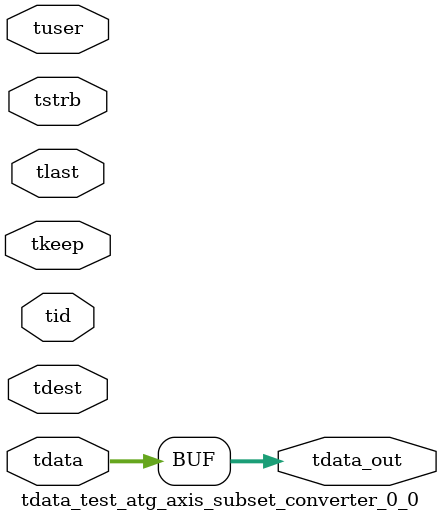
<source format=v>


`timescale 1ps/1ps

module tdata_test_atg_axis_subset_converter_0_0 #
(
parameter C_S_AXIS_TDATA_WIDTH = 32,
parameter C_S_AXIS_TUSER_WIDTH = 0,
parameter C_S_AXIS_TID_WIDTH   = 0,
parameter C_S_AXIS_TDEST_WIDTH = 0,
parameter C_M_AXIS_TDATA_WIDTH = 32
)
(
input  [(C_S_AXIS_TDATA_WIDTH == 0 ? 1 : C_S_AXIS_TDATA_WIDTH)-1:0     ] tdata,
input  [(C_S_AXIS_TUSER_WIDTH == 0 ? 1 : C_S_AXIS_TUSER_WIDTH)-1:0     ] tuser,
input  [(C_S_AXIS_TID_WIDTH   == 0 ? 1 : C_S_AXIS_TID_WIDTH)-1:0       ] tid,
input  [(C_S_AXIS_TDEST_WIDTH == 0 ? 1 : C_S_AXIS_TDEST_WIDTH)-1:0     ] tdest,
input  [(C_S_AXIS_TDATA_WIDTH/8)-1:0 ] tkeep,
input  [(C_S_AXIS_TDATA_WIDTH/8)-1:0 ] tstrb,
input                                                                    tlast,
output [C_M_AXIS_TDATA_WIDTH-1:0] tdata_out
);

assign tdata_out = {tdata[127:0]};

endmodule


</source>
